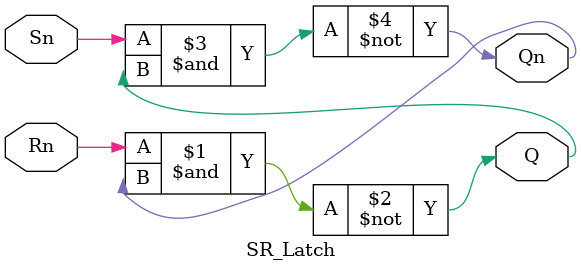
<source format=v>

module SR_Latch(input Sn, input Rn, output Q, output Qn);

	nand (Q,Rn,Qn);
	nand (Qn,Sn,Q);
	
endmodule

</source>
